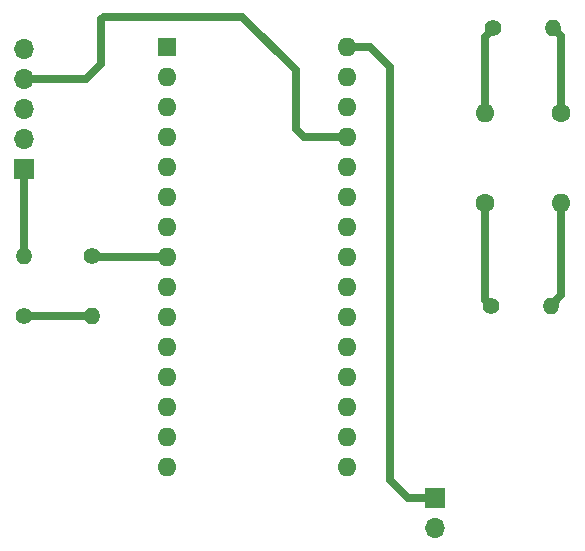
<source format=gbr>
%TF.GenerationSoftware,KiCad,Pcbnew,9.0.0*%
%TF.CreationDate,2025-03-11T22:59:59-03:00*%
%TF.ProjectId,TransmitterPCB,5472616e-736d-4697-9474-65725043422e,rev?*%
%TF.SameCoordinates,Original*%
%TF.FileFunction,Copper,L1,Top*%
%TF.FilePolarity,Positive*%
%FSLAX46Y46*%
G04 Gerber Fmt 4.6, Leading zero omitted, Abs format (unit mm)*
G04 Created by KiCad (PCBNEW 9.0.0) date 2025-03-11 22:59:59*
%MOMM*%
%LPD*%
G01*
G04 APERTURE LIST*
%TA.AperFunction,ComponentPad*%
%ADD10C,1.600000*%
%TD*%
%TA.AperFunction,ComponentPad*%
%ADD11O,1.600000X1.600000*%
%TD*%
%TA.AperFunction,ComponentPad*%
%ADD12C,1.400000*%
%TD*%
%TA.AperFunction,ComponentPad*%
%ADD13O,1.400000X1.400000*%
%TD*%
%TA.AperFunction,ComponentPad*%
%ADD14R,1.700000X1.700000*%
%TD*%
%TA.AperFunction,ComponentPad*%
%ADD15O,1.700000X1.700000*%
%TD*%
%TA.AperFunction,ComponentPad*%
%ADD16R,1.600000X1.600000*%
%TD*%
%TA.AperFunction,Conductor*%
%ADD17C,0.635000*%
%TD*%
%TA.AperFunction,Conductor*%
%ADD18C,0.200000*%
%TD*%
G04 APERTURE END LIST*
D10*
%TO.P,R3,1*%
%TO.N,/Coil2*%
X160250000Y-84040000D03*
D11*
%TO.P,R3,2*%
%TO.N,/Out-*%
X160250000Y-76420000D03*
%TD*%
D10*
%TO.P,R2,1*%
%TO.N,/Out+*%
X166750000Y-76420000D03*
D11*
%TO.P,R2,2*%
%TO.N,/Coil1*%
X166750000Y-84040000D03*
%TD*%
D12*
%TO.P,R1,1*%
%TO.N,/R1-D5*%
X127000000Y-88500000D03*
D13*
%TO.P,R1,2*%
%TO.N,Net-(C1-Pad1)*%
X127000000Y-93580000D03*
%TD*%
D12*
%TO.P,L1,1,-*%
%TO.N,/Coil2*%
X160750000Y-92750000D03*
D13*
%TO.P,L1,2,+*%
%TO.N,/Coil1*%
X165830000Y-92750000D03*
%TD*%
D12*
%TO.P,J3,1,Pin_1*%
%TO.N,/Out-*%
X161000000Y-69250000D03*
D13*
%TO.P,J3,2,Pin_2*%
%TO.N,/Out+*%
X166080000Y-69250000D03*
%TD*%
D14*
%TO.P,J2,1,Pin_1*%
%TO.N,/A+*%
X121250000Y-81120000D03*
D15*
%TO.P,J2,2,Pin_2*%
%TO.N,GND*%
X121250000Y-78580000D03*
%TO.P,J2,3,Pin_3*%
%TO.N,unconnected-(J2-Pin_3-Pad3)*%
X121250000Y-76040000D03*
%TO.P,J2,4,Pin_4*%
%TO.N,+5V*%
X121250000Y-73500000D03*
%TO.P,J2,5,Pin_5*%
%TO.N,GND*%
X121250000Y-70960000D03*
%TD*%
D14*
%TO.P,J1,1,Pin_1*%
%TO.N,Net-(A1-VIN)*%
X156025000Y-109000000D03*
D15*
%TO.P,J1,2,Pin_2*%
%TO.N,GND*%
X156025000Y-111540000D03*
%TD*%
D12*
%TO.P,C1,1*%
%TO.N,Net-(C1-Pad1)*%
X121275000Y-93580000D03*
D13*
%TO.P,C1,2*%
%TO.N,/A+*%
X121275000Y-88500000D03*
%TD*%
D16*
%TO.P,A1,1,D1/TX*%
%TO.N,unconnected-(A1-D1{slash}TX-Pad1)*%
X133400000Y-70820000D03*
D11*
%TO.P,A1,2,D0/RX*%
%TO.N,unconnected-(A1-D0{slash}RX-Pad2)*%
X133400000Y-73360000D03*
%TO.P,A1,3,~{RESET}*%
%TO.N,unconnected-(A1-~{RESET}-Pad3)*%
X133400000Y-75900000D03*
%TO.P,A1,4,GND*%
%TO.N,GND*%
X133400000Y-78440000D03*
%TO.P,A1,5,D2*%
%TO.N,unconnected-(A1-D2-Pad5)*%
X133400000Y-80980000D03*
%TO.P,A1,6,D3*%
%TO.N,unconnected-(A1-D3-Pad6)*%
X133400000Y-83520000D03*
%TO.P,A1,7,D4*%
%TO.N,unconnected-(A1-D4-Pad7)*%
X133400000Y-86060000D03*
%TO.P,A1,8,D5*%
%TO.N,/R1-D5*%
X133400000Y-88600000D03*
%TO.P,A1,9,D6*%
%TO.N,unconnected-(A1-D6-Pad9)*%
X133400000Y-91140000D03*
%TO.P,A1,10,D7*%
%TO.N,unconnected-(A1-D7-Pad10)*%
X133400000Y-93680000D03*
%TO.P,A1,11,D8*%
%TO.N,unconnected-(A1-D8-Pad11)*%
X133400000Y-96220000D03*
%TO.P,A1,12,D9*%
%TO.N,unconnected-(A1-D9-Pad12)*%
X133400000Y-98760000D03*
%TO.P,A1,13,D10*%
%TO.N,unconnected-(A1-D10-Pad13)*%
X133400000Y-101300000D03*
%TO.P,A1,14,D11*%
%TO.N,unconnected-(A1-D11-Pad14)*%
X133400000Y-103840000D03*
%TO.P,A1,15,D12*%
%TO.N,unconnected-(A1-D12-Pad15)*%
X133400000Y-106380000D03*
%TO.P,A1,16,D13*%
%TO.N,unconnected-(A1-D13-Pad16)*%
X148640000Y-106380000D03*
%TO.P,A1,17,3V3*%
%TO.N,unconnected-(A1-3V3-Pad17)*%
X148640000Y-103840000D03*
%TO.P,A1,18,AREF*%
%TO.N,unconnected-(A1-AREF-Pad18)*%
X148640000Y-101300000D03*
%TO.P,A1,19,A0*%
%TO.N,unconnected-(A1-A0-Pad19)*%
X148640000Y-98760000D03*
%TO.P,A1,20,A1*%
%TO.N,unconnected-(A1-A1-Pad20)*%
X148640000Y-96220000D03*
%TO.P,A1,21,A2*%
%TO.N,unconnected-(A1-A2-Pad21)*%
X148640000Y-93680000D03*
%TO.P,A1,22,A3*%
%TO.N,unconnected-(A1-A3-Pad22)*%
X148640000Y-91140000D03*
%TO.P,A1,23,A4*%
%TO.N,unconnected-(A1-A4-Pad23)*%
X148640000Y-88600000D03*
%TO.P,A1,24,A5*%
%TO.N,unconnected-(A1-A5-Pad24)*%
X148640000Y-86060000D03*
%TO.P,A1,25,A6*%
%TO.N,unconnected-(A1-A6-Pad25)*%
X148640000Y-83520000D03*
%TO.P,A1,26,A7*%
%TO.N,unconnected-(A1-A7-Pad26)*%
X148640000Y-80980000D03*
%TO.P,A1,27,+5V*%
%TO.N,+5V*%
X148640000Y-78440000D03*
%TO.P,A1,28,~{RESET}*%
%TO.N,unconnected-(A1-~{RESET}-Pad28)*%
X148640000Y-75900000D03*
%TO.P,A1,29,GND*%
%TO.N,GND*%
X148640000Y-73360000D03*
%TO.P,A1,30,VIN*%
%TO.N,Net-(A1-VIN)*%
X148640000Y-70820000D03*
%TD*%
D17*
%TO.N,Net-(C1-Pad1)*%
X127000000Y-93580000D02*
X121275000Y-93580000D01*
%TO.N,/R1-D5*%
X133400000Y-88600000D02*
X127100000Y-88600000D01*
%TO.N,+5V*%
X144940000Y-78440000D02*
X148640000Y-78440000D01*
X144250000Y-77750000D02*
X144940000Y-78440000D01*
X144250000Y-72750000D02*
X144250000Y-77750000D01*
X139750000Y-68250000D02*
X144250000Y-72750000D01*
X128000000Y-68250000D02*
X139750000Y-68250000D01*
X127750000Y-68500000D02*
X128000000Y-68250000D01*
X127750000Y-72250000D02*
X127750000Y-68500000D01*
X126500000Y-73500000D02*
X127750000Y-72250000D01*
X121250000Y-73500000D02*
X126500000Y-73500000D01*
D18*
%TO.N,/A+*%
X121250000Y-88475000D02*
X121275000Y-88500000D01*
D17*
X121250000Y-81120000D02*
X121250000Y-88475000D01*
%TO.N,Net-(A1-VIN)*%
X150570000Y-70820000D02*
X148640000Y-70820000D01*
X152250000Y-107500000D02*
X152250000Y-72500000D01*
X153750000Y-109000000D02*
X152250000Y-107500000D01*
X156025000Y-109000000D02*
X153750000Y-109000000D01*
X152250000Y-72500000D02*
X150570000Y-70820000D01*
D18*
%TO.N,/R1-D5*%
X127100000Y-88600000D02*
X127000000Y-88500000D01*
D17*
%TO.N,/Out+*%
X166750000Y-69920000D02*
X166080000Y-69250000D01*
X166750000Y-76420000D02*
X166750000Y-69920000D01*
%TO.N,/Out-*%
X160250000Y-70000000D02*
X161000000Y-69250000D01*
X160250000Y-76420000D02*
X160250000Y-70000000D01*
%TO.N,/Coil1*%
X166750000Y-91830000D02*
X165830000Y-92750000D01*
X166750000Y-84040000D02*
X166750000Y-91830000D01*
%TO.N,/Coil2*%
X160250000Y-92250000D02*
X160750000Y-92750000D01*
X160250000Y-84040000D02*
X160250000Y-92250000D01*
%TD*%
M02*

</source>
